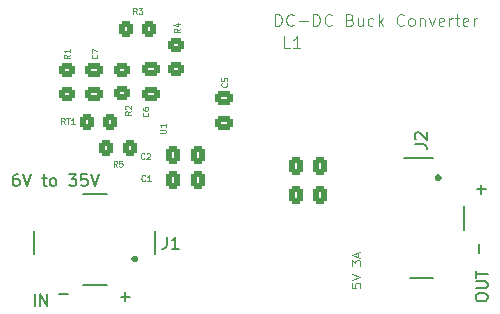
<source format=gbr>
G04 #@! TF.GenerationSoftware,KiCad,Pcbnew,9.0.2-9.0.2-0~ubuntu22.04.1*
G04 #@! TF.CreationDate,2025-06-26T23:22:32-04:00*
G04 #@! TF.ProjectId,6-13-2025_BuckConverter,362d3133-2d32-4303-9235-5f4275636b43,rev?*
G04 #@! TF.SameCoordinates,Original*
G04 #@! TF.FileFunction,Legend,Top*
G04 #@! TF.FilePolarity,Positive*
%FSLAX46Y46*%
G04 Gerber Fmt 4.6, Leading zero omitted, Abs format (unit mm)*
G04 Created by KiCad (PCBNEW 9.0.2-9.0.2-0~ubuntu22.04.1) date 2025-06-26 23:22:32*
%MOMM*%
%LPD*%
G01*
G04 APERTURE LIST*
G04 Aperture macros list*
%AMRoundRect*
0 Rectangle with rounded corners*
0 $1 Rounding radius*
0 $2 $3 $4 $5 $6 $7 $8 $9 X,Y pos of 4 corners*
0 Add a 4 corners polygon primitive as box body*
4,1,4,$2,$3,$4,$5,$6,$7,$8,$9,$2,$3,0*
0 Add four circle primitives for the rounded corners*
1,1,$1+$1,$2,$3*
1,1,$1+$1,$4,$5*
1,1,$1+$1,$6,$7*
1,1,$1+$1,$8,$9*
0 Add four rect primitives between the rounded corners*
20,1,$1+$1,$2,$3,$4,$5,0*
20,1,$1+$1,$4,$5,$6,$7,0*
20,1,$1+$1,$6,$7,$8,$9,0*
20,1,$1+$1,$8,$9,$2,$3,0*%
G04 Aperture macros list end*
%ADD10C,0.125000*%
%ADD11C,0.150000*%
%ADD12C,0.093750*%
%ADD13C,0.062500*%
%ADD14C,0.100000*%
%ADD15C,0.400000*%
%ADD16C,0.200000*%
%ADD17C,2.154000*%
%ADD18RoundRect,0.250000X0.450000X-0.350000X0.450000X0.350000X-0.450000X0.350000X-0.450000X-0.350000X0*%
%ADD19RoundRect,0.250000X0.337500X0.475000X-0.337500X0.475000X-0.337500X-0.475000X0.337500X-0.475000X0*%
%ADD20RoundRect,0.250000X0.350000X0.450000X-0.350000X0.450000X-0.350000X-0.450000X0.350000X-0.450000X0*%
%ADD21RoundRect,0.250000X0.475000X-0.337500X0.475000X0.337500X-0.475000X0.337500X-0.475000X-0.337500X0*%
%ADD22RoundRect,0.250000X-0.475000X0.337500X-0.475000X-0.337500X0.475000X-0.337500X0.475000X0.337500X0*%
%ADD23RoundRect,0.250000X-0.350000X-0.450000X0.350000X-0.450000X0.350000X0.450000X-0.350000X0.450000X0*%
%ADD24R,0.228600X0.508000*%
%ADD25RoundRect,0.250000X-0.337500X-0.475000X0.337500X-0.475000X0.337500X0.475000X-0.337500X0.475000X0*%
%ADD26RoundRect,0.250000X-0.450000X0.350000X-0.450000X-0.350000X0.450000X-0.350000X0.450000X0.350000X0*%
%ADD27R,2.350000X3.500000*%
G04 APERTURE END LIST*
D10*
X124610331Y-52561119D02*
X124610331Y-51561119D01*
X124610331Y-51561119D02*
X124848426Y-51561119D01*
X124848426Y-51561119D02*
X124991283Y-51608738D01*
X124991283Y-51608738D02*
X125086521Y-51703976D01*
X125086521Y-51703976D02*
X125134140Y-51799214D01*
X125134140Y-51799214D02*
X125181759Y-51989690D01*
X125181759Y-51989690D02*
X125181759Y-52132547D01*
X125181759Y-52132547D02*
X125134140Y-52323023D01*
X125134140Y-52323023D02*
X125086521Y-52418261D01*
X125086521Y-52418261D02*
X124991283Y-52513500D01*
X124991283Y-52513500D02*
X124848426Y-52561119D01*
X124848426Y-52561119D02*
X124610331Y-52561119D01*
X126181759Y-52465880D02*
X126134140Y-52513500D01*
X126134140Y-52513500D02*
X125991283Y-52561119D01*
X125991283Y-52561119D02*
X125896045Y-52561119D01*
X125896045Y-52561119D02*
X125753188Y-52513500D01*
X125753188Y-52513500D02*
X125657950Y-52418261D01*
X125657950Y-52418261D02*
X125610331Y-52323023D01*
X125610331Y-52323023D02*
X125562712Y-52132547D01*
X125562712Y-52132547D02*
X125562712Y-51989690D01*
X125562712Y-51989690D02*
X125610331Y-51799214D01*
X125610331Y-51799214D02*
X125657950Y-51703976D01*
X125657950Y-51703976D02*
X125753188Y-51608738D01*
X125753188Y-51608738D02*
X125896045Y-51561119D01*
X125896045Y-51561119D02*
X125991283Y-51561119D01*
X125991283Y-51561119D02*
X126134140Y-51608738D01*
X126134140Y-51608738D02*
X126181759Y-51656357D01*
X126610331Y-52180166D02*
X127372236Y-52180166D01*
X127848426Y-52561119D02*
X127848426Y-51561119D01*
X127848426Y-51561119D02*
X128086521Y-51561119D01*
X128086521Y-51561119D02*
X128229378Y-51608738D01*
X128229378Y-51608738D02*
X128324616Y-51703976D01*
X128324616Y-51703976D02*
X128372235Y-51799214D01*
X128372235Y-51799214D02*
X128419854Y-51989690D01*
X128419854Y-51989690D02*
X128419854Y-52132547D01*
X128419854Y-52132547D02*
X128372235Y-52323023D01*
X128372235Y-52323023D02*
X128324616Y-52418261D01*
X128324616Y-52418261D02*
X128229378Y-52513500D01*
X128229378Y-52513500D02*
X128086521Y-52561119D01*
X128086521Y-52561119D02*
X127848426Y-52561119D01*
X129419854Y-52465880D02*
X129372235Y-52513500D01*
X129372235Y-52513500D02*
X129229378Y-52561119D01*
X129229378Y-52561119D02*
X129134140Y-52561119D01*
X129134140Y-52561119D02*
X128991283Y-52513500D01*
X128991283Y-52513500D02*
X128896045Y-52418261D01*
X128896045Y-52418261D02*
X128848426Y-52323023D01*
X128848426Y-52323023D02*
X128800807Y-52132547D01*
X128800807Y-52132547D02*
X128800807Y-51989690D01*
X128800807Y-51989690D02*
X128848426Y-51799214D01*
X128848426Y-51799214D02*
X128896045Y-51703976D01*
X128896045Y-51703976D02*
X128991283Y-51608738D01*
X128991283Y-51608738D02*
X129134140Y-51561119D01*
X129134140Y-51561119D02*
X129229378Y-51561119D01*
X129229378Y-51561119D02*
X129372235Y-51608738D01*
X129372235Y-51608738D02*
X129419854Y-51656357D01*
X130943664Y-52037309D02*
X131086521Y-52084928D01*
X131086521Y-52084928D02*
X131134140Y-52132547D01*
X131134140Y-52132547D02*
X131181759Y-52227785D01*
X131181759Y-52227785D02*
X131181759Y-52370642D01*
X131181759Y-52370642D02*
X131134140Y-52465880D01*
X131134140Y-52465880D02*
X131086521Y-52513500D01*
X131086521Y-52513500D02*
X130991283Y-52561119D01*
X130991283Y-52561119D02*
X130610331Y-52561119D01*
X130610331Y-52561119D02*
X130610331Y-51561119D01*
X130610331Y-51561119D02*
X130943664Y-51561119D01*
X130943664Y-51561119D02*
X131038902Y-51608738D01*
X131038902Y-51608738D02*
X131086521Y-51656357D01*
X131086521Y-51656357D02*
X131134140Y-51751595D01*
X131134140Y-51751595D02*
X131134140Y-51846833D01*
X131134140Y-51846833D02*
X131086521Y-51942071D01*
X131086521Y-51942071D02*
X131038902Y-51989690D01*
X131038902Y-51989690D02*
X130943664Y-52037309D01*
X130943664Y-52037309D02*
X130610331Y-52037309D01*
X132038902Y-51894452D02*
X132038902Y-52561119D01*
X131610331Y-51894452D02*
X131610331Y-52418261D01*
X131610331Y-52418261D02*
X131657950Y-52513500D01*
X131657950Y-52513500D02*
X131753188Y-52561119D01*
X131753188Y-52561119D02*
X131896045Y-52561119D01*
X131896045Y-52561119D02*
X131991283Y-52513500D01*
X131991283Y-52513500D02*
X132038902Y-52465880D01*
X132943664Y-52513500D02*
X132848426Y-52561119D01*
X132848426Y-52561119D02*
X132657950Y-52561119D01*
X132657950Y-52561119D02*
X132562712Y-52513500D01*
X132562712Y-52513500D02*
X132515093Y-52465880D01*
X132515093Y-52465880D02*
X132467474Y-52370642D01*
X132467474Y-52370642D02*
X132467474Y-52084928D01*
X132467474Y-52084928D02*
X132515093Y-51989690D01*
X132515093Y-51989690D02*
X132562712Y-51942071D01*
X132562712Y-51942071D02*
X132657950Y-51894452D01*
X132657950Y-51894452D02*
X132848426Y-51894452D01*
X132848426Y-51894452D02*
X132943664Y-51942071D01*
X133372236Y-52561119D02*
X133372236Y-51561119D01*
X133467474Y-52180166D02*
X133753188Y-52561119D01*
X133753188Y-51894452D02*
X133372236Y-52275404D01*
X135515093Y-52465880D02*
X135467474Y-52513500D01*
X135467474Y-52513500D02*
X135324617Y-52561119D01*
X135324617Y-52561119D02*
X135229379Y-52561119D01*
X135229379Y-52561119D02*
X135086522Y-52513500D01*
X135086522Y-52513500D02*
X134991284Y-52418261D01*
X134991284Y-52418261D02*
X134943665Y-52323023D01*
X134943665Y-52323023D02*
X134896046Y-52132547D01*
X134896046Y-52132547D02*
X134896046Y-51989690D01*
X134896046Y-51989690D02*
X134943665Y-51799214D01*
X134943665Y-51799214D02*
X134991284Y-51703976D01*
X134991284Y-51703976D02*
X135086522Y-51608738D01*
X135086522Y-51608738D02*
X135229379Y-51561119D01*
X135229379Y-51561119D02*
X135324617Y-51561119D01*
X135324617Y-51561119D02*
X135467474Y-51608738D01*
X135467474Y-51608738D02*
X135515093Y-51656357D01*
X136086522Y-52561119D02*
X135991284Y-52513500D01*
X135991284Y-52513500D02*
X135943665Y-52465880D01*
X135943665Y-52465880D02*
X135896046Y-52370642D01*
X135896046Y-52370642D02*
X135896046Y-52084928D01*
X135896046Y-52084928D02*
X135943665Y-51989690D01*
X135943665Y-51989690D02*
X135991284Y-51942071D01*
X135991284Y-51942071D02*
X136086522Y-51894452D01*
X136086522Y-51894452D02*
X136229379Y-51894452D01*
X136229379Y-51894452D02*
X136324617Y-51942071D01*
X136324617Y-51942071D02*
X136372236Y-51989690D01*
X136372236Y-51989690D02*
X136419855Y-52084928D01*
X136419855Y-52084928D02*
X136419855Y-52370642D01*
X136419855Y-52370642D02*
X136372236Y-52465880D01*
X136372236Y-52465880D02*
X136324617Y-52513500D01*
X136324617Y-52513500D02*
X136229379Y-52561119D01*
X136229379Y-52561119D02*
X136086522Y-52561119D01*
X136848427Y-51894452D02*
X136848427Y-52561119D01*
X136848427Y-51989690D02*
X136896046Y-51942071D01*
X136896046Y-51942071D02*
X136991284Y-51894452D01*
X136991284Y-51894452D02*
X137134141Y-51894452D01*
X137134141Y-51894452D02*
X137229379Y-51942071D01*
X137229379Y-51942071D02*
X137276998Y-52037309D01*
X137276998Y-52037309D02*
X137276998Y-52561119D01*
X137657951Y-51894452D02*
X137896046Y-52561119D01*
X137896046Y-52561119D02*
X138134141Y-51894452D01*
X138896046Y-52513500D02*
X138800808Y-52561119D01*
X138800808Y-52561119D02*
X138610332Y-52561119D01*
X138610332Y-52561119D02*
X138515094Y-52513500D01*
X138515094Y-52513500D02*
X138467475Y-52418261D01*
X138467475Y-52418261D02*
X138467475Y-52037309D01*
X138467475Y-52037309D02*
X138515094Y-51942071D01*
X138515094Y-51942071D02*
X138610332Y-51894452D01*
X138610332Y-51894452D02*
X138800808Y-51894452D01*
X138800808Y-51894452D02*
X138896046Y-51942071D01*
X138896046Y-51942071D02*
X138943665Y-52037309D01*
X138943665Y-52037309D02*
X138943665Y-52132547D01*
X138943665Y-52132547D02*
X138467475Y-52227785D01*
X139372237Y-52561119D02*
X139372237Y-51894452D01*
X139372237Y-52084928D02*
X139419856Y-51989690D01*
X139419856Y-51989690D02*
X139467475Y-51942071D01*
X139467475Y-51942071D02*
X139562713Y-51894452D01*
X139562713Y-51894452D02*
X139657951Y-51894452D01*
X139848428Y-51894452D02*
X140229380Y-51894452D01*
X139991285Y-51561119D02*
X139991285Y-52418261D01*
X139991285Y-52418261D02*
X140038904Y-52513500D01*
X140038904Y-52513500D02*
X140134142Y-52561119D01*
X140134142Y-52561119D02*
X140229380Y-52561119D01*
X140943666Y-52513500D02*
X140848428Y-52561119D01*
X140848428Y-52561119D02*
X140657952Y-52561119D01*
X140657952Y-52561119D02*
X140562714Y-52513500D01*
X140562714Y-52513500D02*
X140515095Y-52418261D01*
X140515095Y-52418261D02*
X140515095Y-52037309D01*
X140515095Y-52037309D02*
X140562714Y-51942071D01*
X140562714Y-51942071D02*
X140657952Y-51894452D01*
X140657952Y-51894452D02*
X140848428Y-51894452D01*
X140848428Y-51894452D02*
X140943666Y-51942071D01*
X140943666Y-51942071D02*
X140991285Y-52037309D01*
X140991285Y-52037309D02*
X140991285Y-52132547D01*
X140991285Y-52132547D02*
X140515095Y-52227785D01*
X141419857Y-52561119D02*
X141419857Y-51894452D01*
X141419857Y-52084928D02*
X141467476Y-51989690D01*
X141467476Y-51989690D02*
X141515095Y-51942071D01*
X141515095Y-51942071D02*
X141610333Y-51894452D01*
X141610333Y-51894452D02*
X141705571Y-51894452D01*
D11*
X104271779Y-76244819D02*
X104271779Y-75244819D01*
X104747969Y-76244819D02*
X104747969Y-75244819D01*
X104747969Y-75244819D02*
X105319397Y-76244819D01*
X105319397Y-76244819D02*
X105319397Y-75244819D01*
X141883866Y-71828220D02*
X141883866Y-71066316D01*
X141671779Y-66383866D02*
X142433684Y-66383866D01*
X142052731Y-66764819D02*
X142052731Y-66002914D01*
X106321779Y-75253866D02*
X107083684Y-75253866D01*
X111551779Y-75493866D02*
X112313684Y-75493866D01*
X111932731Y-75874819D02*
X111932731Y-75112914D01*
X141604819Y-75627744D02*
X141604819Y-75437268D01*
X141604819Y-75437268D02*
X141652438Y-75342030D01*
X141652438Y-75342030D02*
X141747676Y-75246792D01*
X141747676Y-75246792D02*
X141938152Y-75199173D01*
X141938152Y-75199173D02*
X142271485Y-75199173D01*
X142271485Y-75199173D02*
X142461961Y-75246792D01*
X142461961Y-75246792D02*
X142557200Y-75342030D01*
X142557200Y-75342030D02*
X142604819Y-75437268D01*
X142604819Y-75437268D02*
X142604819Y-75627744D01*
X142604819Y-75627744D02*
X142557200Y-75722982D01*
X142557200Y-75722982D02*
X142461961Y-75818220D01*
X142461961Y-75818220D02*
X142271485Y-75865839D01*
X142271485Y-75865839D02*
X141938152Y-75865839D01*
X141938152Y-75865839D02*
X141747676Y-75818220D01*
X141747676Y-75818220D02*
X141652438Y-75722982D01*
X141652438Y-75722982D02*
X141604819Y-75627744D01*
X141604819Y-74770601D02*
X142414342Y-74770601D01*
X142414342Y-74770601D02*
X142509580Y-74722982D01*
X142509580Y-74722982D02*
X142557200Y-74675363D01*
X142557200Y-74675363D02*
X142604819Y-74580125D01*
X142604819Y-74580125D02*
X142604819Y-74389649D01*
X142604819Y-74389649D02*
X142557200Y-74294411D01*
X142557200Y-74294411D02*
X142509580Y-74246792D01*
X142509580Y-74246792D02*
X142414342Y-74199173D01*
X142414342Y-74199173D02*
X141604819Y-74199173D01*
X141604819Y-73865839D02*
X141604819Y-73294411D01*
X142604819Y-73580125D02*
X141604819Y-73580125D01*
X136454819Y-62583333D02*
X137169104Y-62583333D01*
X137169104Y-62583333D02*
X137311961Y-62630952D01*
X137311961Y-62630952D02*
X137407200Y-62726190D01*
X137407200Y-62726190D02*
X137454819Y-62869047D01*
X137454819Y-62869047D02*
X137454819Y-62964285D01*
X136550057Y-62154761D02*
X136502438Y-62107142D01*
X136502438Y-62107142D02*
X136454819Y-62011904D01*
X136454819Y-62011904D02*
X136454819Y-61773809D01*
X136454819Y-61773809D02*
X136502438Y-61678571D01*
X136502438Y-61678571D02*
X136550057Y-61630952D01*
X136550057Y-61630952D02*
X136645295Y-61583333D01*
X136645295Y-61583333D02*
X136740533Y-61583333D01*
X136740533Y-61583333D02*
X136883390Y-61630952D01*
X136883390Y-61630952D02*
X137454819Y-62202380D01*
X137454819Y-62202380D02*
X137454819Y-61583333D01*
D12*
X131092089Y-74357142D02*
X131092089Y-74714285D01*
X131092089Y-74714285D02*
X131449232Y-74749999D01*
X131449232Y-74749999D02*
X131413517Y-74714285D01*
X131413517Y-74714285D02*
X131377803Y-74642857D01*
X131377803Y-74642857D02*
X131377803Y-74464285D01*
X131377803Y-74464285D02*
X131413517Y-74392857D01*
X131413517Y-74392857D02*
X131449232Y-74357142D01*
X131449232Y-74357142D02*
X131520660Y-74321428D01*
X131520660Y-74321428D02*
X131699232Y-74321428D01*
X131699232Y-74321428D02*
X131770660Y-74357142D01*
X131770660Y-74357142D02*
X131806375Y-74392857D01*
X131806375Y-74392857D02*
X131842089Y-74464285D01*
X131842089Y-74464285D02*
X131842089Y-74642857D01*
X131842089Y-74642857D02*
X131806375Y-74714285D01*
X131806375Y-74714285D02*
X131770660Y-74749999D01*
X131092089Y-74107142D02*
X131842089Y-73857142D01*
X131842089Y-73857142D02*
X131092089Y-73607142D01*
X131092089Y-72857142D02*
X131092089Y-72392856D01*
X131092089Y-72392856D02*
X131377803Y-72642856D01*
X131377803Y-72642856D02*
X131377803Y-72535713D01*
X131377803Y-72535713D02*
X131413517Y-72464285D01*
X131413517Y-72464285D02*
X131449232Y-72428570D01*
X131449232Y-72428570D02*
X131520660Y-72392856D01*
X131520660Y-72392856D02*
X131699232Y-72392856D01*
X131699232Y-72392856D02*
X131770660Y-72428570D01*
X131770660Y-72428570D02*
X131806375Y-72464285D01*
X131806375Y-72464285D02*
X131842089Y-72535713D01*
X131842089Y-72535713D02*
X131842089Y-72749999D01*
X131842089Y-72749999D02*
X131806375Y-72821427D01*
X131806375Y-72821427D02*
X131770660Y-72857142D01*
X131627803Y-72107141D02*
X131627803Y-71749999D01*
X131842089Y-72178570D02*
X131092089Y-71928570D01*
X131092089Y-71928570D02*
X131842089Y-71678570D01*
D13*
X107213059Y-54988333D02*
X106974964Y-55154999D01*
X107213059Y-55274047D02*
X106713059Y-55274047D01*
X106713059Y-55274047D02*
X106713059Y-55083571D01*
X106713059Y-55083571D02*
X106736869Y-55035952D01*
X106736869Y-55035952D02*
X106760678Y-55012142D01*
X106760678Y-55012142D02*
X106808297Y-54988333D01*
X106808297Y-54988333D02*
X106879726Y-54988333D01*
X106879726Y-54988333D02*
X106927345Y-55012142D01*
X106927345Y-55012142D02*
X106951154Y-55035952D01*
X106951154Y-55035952D02*
X106974964Y-55083571D01*
X106974964Y-55083571D02*
X106974964Y-55274047D01*
X107213059Y-54512142D02*
X107213059Y-54797856D01*
X107213059Y-54654999D02*
X106713059Y-54654999D01*
X106713059Y-54654999D02*
X106784488Y-54702618D01*
X106784488Y-54702618D02*
X106832107Y-54750237D01*
X106832107Y-54750237D02*
X106855916Y-54797856D01*
X111221666Y-64473059D02*
X111055000Y-64234964D01*
X110935952Y-64473059D02*
X110935952Y-63973059D01*
X110935952Y-63973059D02*
X111126428Y-63973059D01*
X111126428Y-63973059D02*
X111174047Y-63996869D01*
X111174047Y-63996869D02*
X111197857Y-64020678D01*
X111197857Y-64020678D02*
X111221666Y-64068297D01*
X111221666Y-64068297D02*
X111221666Y-64139726D01*
X111221666Y-64139726D02*
X111197857Y-64187345D01*
X111197857Y-64187345D02*
X111174047Y-64211154D01*
X111174047Y-64211154D02*
X111126428Y-64234964D01*
X111126428Y-64234964D02*
X110935952Y-64234964D01*
X111674047Y-63973059D02*
X111435952Y-63973059D01*
X111435952Y-63973059D02*
X111412143Y-64211154D01*
X111412143Y-64211154D02*
X111435952Y-64187345D01*
X111435952Y-64187345D02*
X111483571Y-64163535D01*
X111483571Y-64163535D02*
X111602619Y-64163535D01*
X111602619Y-64163535D02*
X111650238Y-64187345D01*
X111650238Y-64187345D02*
X111674047Y-64211154D01*
X111674047Y-64211154D02*
X111697857Y-64258773D01*
X111697857Y-64258773D02*
X111697857Y-64377821D01*
X111697857Y-64377821D02*
X111674047Y-64425440D01*
X111674047Y-64425440D02*
X111650238Y-64449250D01*
X111650238Y-64449250D02*
X111602619Y-64473059D01*
X111602619Y-64473059D02*
X111483571Y-64473059D01*
X111483571Y-64473059D02*
X111435952Y-64449250D01*
X111435952Y-64449250D02*
X111412143Y-64425440D01*
X113845440Y-59918333D02*
X113869250Y-59942142D01*
X113869250Y-59942142D02*
X113893059Y-60013571D01*
X113893059Y-60013571D02*
X113893059Y-60061190D01*
X113893059Y-60061190D02*
X113869250Y-60132618D01*
X113869250Y-60132618D02*
X113821630Y-60180237D01*
X113821630Y-60180237D02*
X113774011Y-60204047D01*
X113774011Y-60204047D02*
X113678773Y-60227856D01*
X113678773Y-60227856D02*
X113607345Y-60227856D01*
X113607345Y-60227856D02*
X113512107Y-60204047D01*
X113512107Y-60204047D02*
X113464488Y-60180237D01*
X113464488Y-60180237D02*
X113416869Y-60132618D01*
X113416869Y-60132618D02*
X113393059Y-60061190D01*
X113393059Y-60061190D02*
X113393059Y-60013571D01*
X113393059Y-60013571D02*
X113416869Y-59942142D01*
X113416869Y-59942142D02*
X113440678Y-59918333D01*
X113393059Y-59489761D02*
X113393059Y-59584999D01*
X113393059Y-59584999D02*
X113416869Y-59632618D01*
X113416869Y-59632618D02*
X113440678Y-59656428D01*
X113440678Y-59656428D02*
X113512107Y-59704047D01*
X113512107Y-59704047D02*
X113607345Y-59727856D01*
X113607345Y-59727856D02*
X113797821Y-59727856D01*
X113797821Y-59727856D02*
X113845440Y-59704047D01*
X113845440Y-59704047D02*
X113869250Y-59680237D01*
X113869250Y-59680237D02*
X113893059Y-59632618D01*
X113893059Y-59632618D02*
X113893059Y-59537380D01*
X113893059Y-59537380D02*
X113869250Y-59489761D01*
X113869250Y-59489761D02*
X113845440Y-59465952D01*
X113845440Y-59465952D02*
X113797821Y-59442142D01*
X113797821Y-59442142D02*
X113678773Y-59442142D01*
X113678773Y-59442142D02*
X113631154Y-59465952D01*
X113631154Y-59465952D02*
X113607345Y-59489761D01*
X113607345Y-59489761D02*
X113583535Y-59537380D01*
X113583535Y-59537380D02*
X113583535Y-59632618D01*
X113583535Y-59632618D02*
X113607345Y-59680237D01*
X113607345Y-59680237D02*
X113631154Y-59704047D01*
X113631154Y-59704047D02*
X113678773Y-59727856D01*
X120525440Y-57408333D02*
X120549250Y-57432142D01*
X120549250Y-57432142D02*
X120573059Y-57503571D01*
X120573059Y-57503571D02*
X120573059Y-57551190D01*
X120573059Y-57551190D02*
X120549250Y-57622618D01*
X120549250Y-57622618D02*
X120501630Y-57670237D01*
X120501630Y-57670237D02*
X120454011Y-57694047D01*
X120454011Y-57694047D02*
X120358773Y-57717856D01*
X120358773Y-57717856D02*
X120287345Y-57717856D01*
X120287345Y-57717856D02*
X120192107Y-57694047D01*
X120192107Y-57694047D02*
X120144488Y-57670237D01*
X120144488Y-57670237D02*
X120096869Y-57622618D01*
X120096869Y-57622618D02*
X120073059Y-57551190D01*
X120073059Y-57551190D02*
X120073059Y-57503571D01*
X120073059Y-57503571D02*
X120096869Y-57432142D01*
X120096869Y-57432142D02*
X120120678Y-57408333D01*
X120073059Y-56955952D02*
X120073059Y-57194047D01*
X120073059Y-57194047D02*
X120311154Y-57217856D01*
X120311154Y-57217856D02*
X120287345Y-57194047D01*
X120287345Y-57194047D02*
X120263535Y-57146428D01*
X120263535Y-57146428D02*
X120263535Y-57027380D01*
X120263535Y-57027380D02*
X120287345Y-56979761D01*
X120287345Y-56979761D02*
X120311154Y-56955952D01*
X120311154Y-56955952D02*
X120358773Y-56932142D01*
X120358773Y-56932142D02*
X120477821Y-56932142D01*
X120477821Y-56932142D02*
X120525440Y-56955952D01*
X120525440Y-56955952D02*
X120549250Y-56979761D01*
X120549250Y-56979761D02*
X120573059Y-57027380D01*
X120573059Y-57027380D02*
X120573059Y-57146428D01*
X120573059Y-57146428D02*
X120549250Y-57194047D01*
X120549250Y-57194047D02*
X120525440Y-57217856D01*
X112891666Y-51553059D02*
X112725000Y-51314964D01*
X112605952Y-51553059D02*
X112605952Y-51053059D01*
X112605952Y-51053059D02*
X112796428Y-51053059D01*
X112796428Y-51053059D02*
X112844047Y-51076869D01*
X112844047Y-51076869D02*
X112867857Y-51100678D01*
X112867857Y-51100678D02*
X112891666Y-51148297D01*
X112891666Y-51148297D02*
X112891666Y-51219726D01*
X112891666Y-51219726D02*
X112867857Y-51267345D01*
X112867857Y-51267345D02*
X112844047Y-51291154D01*
X112844047Y-51291154D02*
X112796428Y-51314964D01*
X112796428Y-51314964D02*
X112605952Y-51314964D01*
X113058333Y-51053059D02*
X113367857Y-51053059D01*
X113367857Y-51053059D02*
X113201190Y-51243535D01*
X113201190Y-51243535D02*
X113272619Y-51243535D01*
X113272619Y-51243535D02*
X113320238Y-51267345D01*
X113320238Y-51267345D02*
X113344047Y-51291154D01*
X113344047Y-51291154D02*
X113367857Y-51338773D01*
X113367857Y-51338773D02*
X113367857Y-51457821D01*
X113367857Y-51457821D02*
X113344047Y-51505440D01*
X113344047Y-51505440D02*
X113320238Y-51529250D01*
X113320238Y-51529250D02*
X113272619Y-51553059D01*
X113272619Y-51553059D02*
X113129762Y-51553059D01*
X113129762Y-51553059D02*
X113082143Y-51529250D01*
X113082143Y-51529250D02*
X113058333Y-51505440D01*
X114853059Y-61635952D02*
X115257821Y-61635952D01*
X115257821Y-61635952D02*
X115305440Y-61612142D01*
X115305440Y-61612142D02*
X115329250Y-61588333D01*
X115329250Y-61588333D02*
X115353059Y-61540714D01*
X115353059Y-61540714D02*
X115353059Y-61445476D01*
X115353059Y-61445476D02*
X115329250Y-61397857D01*
X115329250Y-61397857D02*
X115305440Y-61374047D01*
X115305440Y-61374047D02*
X115257821Y-61350238D01*
X115257821Y-61350238D02*
X114853059Y-61350238D01*
X115353059Y-60850237D02*
X115353059Y-61135951D01*
X115353059Y-60993094D02*
X114853059Y-60993094D01*
X114853059Y-60993094D02*
X114924488Y-61040713D01*
X114924488Y-61040713D02*
X114972107Y-61088332D01*
X114972107Y-61088332D02*
X114995916Y-61135951D01*
X112413059Y-59798333D02*
X112174964Y-59964999D01*
X112413059Y-60084047D02*
X111913059Y-60084047D01*
X111913059Y-60084047D02*
X111913059Y-59893571D01*
X111913059Y-59893571D02*
X111936869Y-59845952D01*
X111936869Y-59845952D02*
X111960678Y-59822142D01*
X111960678Y-59822142D02*
X112008297Y-59798333D01*
X112008297Y-59798333D02*
X112079726Y-59798333D01*
X112079726Y-59798333D02*
X112127345Y-59822142D01*
X112127345Y-59822142D02*
X112151154Y-59845952D01*
X112151154Y-59845952D02*
X112174964Y-59893571D01*
X112174964Y-59893571D02*
X112174964Y-60084047D01*
X111960678Y-59607856D02*
X111936869Y-59584047D01*
X111936869Y-59584047D02*
X111913059Y-59536428D01*
X111913059Y-59536428D02*
X111913059Y-59417380D01*
X111913059Y-59417380D02*
X111936869Y-59369761D01*
X111936869Y-59369761D02*
X111960678Y-59345952D01*
X111960678Y-59345952D02*
X112008297Y-59322142D01*
X112008297Y-59322142D02*
X112055916Y-59322142D01*
X112055916Y-59322142D02*
X112127345Y-59345952D01*
X112127345Y-59345952D02*
X112413059Y-59631666D01*
X112413059Y-59631666D02*
X112413059Y-59322142D01*
X113591666Y-65645440D02*
X113567857Y-65669250D01*
X113567857Y-65669250D02*
X113496428Y-65693059D01*
X113496428Y-65693059D02*
X113448809Y-65693059D01*
X113448809Y-65693059D02*
X113377381Y-65669250D01*
X113377381Y-65669250D02*
X113329762Y-65621630D01*
X113329762Y-65621630D02*
X113305952Y-65574011D01*
X113305952Y-65574011D02*
X113282143Y-65478773D01*
X113282143Y-65478773D02*
X113282143Y-65407345D01*
X113282143Y-65407345D02*
X113305952Y-65312107D01*
X113305952Y-65312107D02*
X113329762Y-65264488D01*
X113329762Y-65264488D02*
X113377381Y-65216869D01*
X113377381Y-65216869D02*
X113448809Y-65193059D01*
X113448809Y-65193059D02*
X113496428Y-65193059D01*
X113496428Y-65193059D02*
X113567857Y-65216869D01*
X113567857Y-65216869D02*
X113591666Y-65240678D01*
X114067857Y-65693059D02*
X113782143Y-65693059D01*
X113925000Y-65693059D02*
X113925000Y-65193059D01*
X113925000Y-65193059D02*
X113877381Y-65264488D01*
X113877381Y-65264488D02*
X113829762Y-65312107D01*
X113829762Y-65312107D02*
X113782143Y-65335916D01*
X116533059Y-52798333D02*
X116294964Y-52964999D01*
X116533059Y-53084047D02*
X116033059Y-53084047D01*
X116033059Y-53084047D02*
X116033059Y-52893571D01*
X116033059Y-52893571D02*
X116056869Y-52845952D01*
X116056869Y-52845952D02*
X116080678Y-52822142D01*
X116080678Y-52822142D02*
X116128297Y-52798333D01*
X116128297Y-52798333D02*
X116199726Y-52798333D01*
X116199726Y-52798333D02*
X116247345Y-52822142D01*
X116247345Y-52822142D02*
X116271154Y-52845952D01*
X116271154Y-52845952D02*
X116294964Y-52893571D01*
X116294964Y-52893571D02*
X116294964Y-53084047D01*
X116199726Y-52369761D02*
X116533059Y-52369761D01*
X116009250Y-52488809D02*
X116366392Y-52607856D01*
X116366392Y-52607856D02*
X116366392Y-52298333D01*
X109525440Y-54988333D02*
X109549250Y-55012142D01*
X109549250Y-55012142D02*
X109573059Y-55083571D01*
X109573059Y-55083571D02*
X109573059Y-55131190D01*
X109573059Y-55131190D02*
X109549250Y-55202618D01*
X109549250Y-55202618D02*
X109501630Y-55250237D01*
X109501630Y-55250237D02*
X109454011Y-55274047D01*
X109454011Y-55274047D02*
X109358773Y-55297856D01*
X109358773Y-55297856D02*
X109287345Y-55297856D01*
X109287345Y-55297856D02*
X109192107Y-55274047D01*
X109192107Y-55274047D02*
X109144488Y-55250237D01*
X109144488Y-55250237D02*
X109096869Y-55202618D01*
X109096869Y-55202618D02*
X109073059Y-55131190D01*
X109073059Y-55131190D02*
X109073059Y-55083571D01*
X109073059Y-55083571D02*
X109096869Y-55012142D01*
X109096869Y-55012142D02*
X109120678Y-54988333D01*
X109073059Y-54821666D02*
X109073059Y-54488333D01*
X109073059Y-54488333D02*
X109573059Y-54702618D01*
X113551666Y-63775440D02*
X113527857Y-63799250D01*
X113527857Y-63799250D02*
X113456428Y-63823059D01*
X113456428Y-63823059D02*
X113408809Y-63823059D01*
X113408809Y-63823059D02*
X113337381Y-63799250D01*
X113337381Y-63799250D02*
X113289762Y-63751630D01*
X113289762Y-63751630D02*
X113265952Y-63704011D01*
X113265952Y-63704011D02*
X113242143Y-63608773D01*
X113242143Y-63608773D02*
X113242143Y-63537345D01*
X113242143Y-63537345D02*
X113265952Y-63442107D01*
X113265952Y-63442107D02*
X113289762Y-63394488D01*
X113289762Y-63394488D02*
X113337381Y-63346869D01*
X113337381Y-63346869D02*
X113408809Y-63323059D01*
X113408809Y-63323059D02*
X113456428Y-63323059D01*
X113456428Y-63323059D02*
X113527857Y-63346869D01*
X113527857Y-63346869D02*
X113551666Y-63370678D01*
X113742143Y-63370678D02*
X113765952Y-63346869D01*
X113765952Y-63346869D02*
X113813571Y-63323059D01*
X113813571Y-63323059D02*
X113932619Y-63323059D01*
X113932619Y-63323059D02*
X113980238Y-63346869D01*
X113980238Y-63346869D02*
X114004047Y-63370678D01*
X114004047Y-63370678D02*
X114027857Y-63418297D01*
X114027857Y-63418297D02*
X114027857Y-63465916D01*
X114027857Y-63465916D02*
X114004047Y-63537345D01*
X114004047Y-63537345D02*
X113718333Y-63823059D01*
X113718333Y-63823059D02*
X114027857Y-63823059D01*
D11*
X115451666Y-70429819D02*
X115451666Y-71144104D01*
X115451666Y-71144104D02*
X115404047Y-71286961D01*
X115404047Y-71286961D02*
X115308809Y-71382200D01*
X115308809Y-71382200D02*
X115165952Y-71429819D01*
X115165952Y-71429819D02*
X115070714Y-71429819D01*
X116451666Y-71429819D02*
X115880238Y-71429819D01*
X116165952Y-71429819D02*
X116165952Y-70429819D01*
X116165952Y-70429819D02*
X116070714Y-70572676D01*
X116070714Y-70572676D02*
X115975476Y-70667914D01*
X115975476Y-70667914D02*
X115880238Y-70715533D01*
X102885951Y-65119819D02*
X102695475Y-65119819D01*
X102695475Y-65119819D02*
X102600237Y-65167438D01*
X102600237Y-65167438D02*
X102552618Y-65215057D01*
X102552618Y-65215057D02*
X102457380Y-65357914D01*
X102457380Y-65357914D02*
X102409761Y-65548390D01*
X102409761Y-65548390D02*
X102409761Y-65929342D01*
X102409761Y-65929342D02*
X102457380Y-66024580D01*
X102457380Y-66024580D02*
X102504999Y-66072200D01*
X102504999Y-66072200D02*
X102600237Y-66119819D01*
X102600237Y-66119819D02*
X102790713Y-66119819D01*
X102790713Y-66119819D02*
X102885951Y-66072200D01*
X102885951Y-66072200D02*
X102933570Y-66024580D01*
X102933570Y-66024580D02*
X102981189Y-65929342D01*
X102981189Y-65929342D02*
X102981189Y-65691247D01*
X102981189Y-65691247D02*
X102933570Y-65596009D01*
X102933570Y-65596009D02*
X102885951Y-65548390D01*
X102885951Y-65548390D02*
X102790713Y-65500771D01*
X102790713Y-65500771D02*
X102600237Y-65500771D01*
X102600237Y-65500771D02*
X102504999Y-65548390D01*
X102504999Y-65548390D02*
X102457380Y-65596009D01*
X102457380Y-65596009D02*
X102409761Y-65691247D01*
X103266904Y-65119819D02*
X103600237Y-66119819D01*
X103600237Y-66119819D02*
X103933570Y-65119819D01*
X104885952Y-65453152D02*
X105266904Y-65453152D01*
X105028809Y-65119819D02*
X105028809Y-65976961D01*
X105028809Y-65976961D02*
X105076428Y-66072200D01*
X105076428Y-66072200D02*
X105171666Y-66119819D01*
X105171666Y-66119819D02*
X105266904Y-66119819D01*
X105743095Y-66119819D02*
X105647857Y-66072200D01*
X105647857Y-66072200D02*
X105600238Y-66024580D01*
X105600238Y-66024580D02*
X105552619Y-65929342D01*
X105552619Y-65929342D02*
X105552619Y-65643628D01*
X105552619Y-65643628D02*
X105600238Y-65548390D01*
X105600238Y-65548390D02*
X105647857Y-65500771D01*
X105647857Y-65500771D02*
X105743095Y-65453152D01*
X105743095Y-65453152D02*
X105885952Y-65453152D01*
X105885952Y-65453152D02*
X105981190Y-65500771D01*
X105981190Y-65500771D02*
X106028809Y-65548390D01*
X106028809Y-65548390D02*
X106076428Y-65643628D01*
X106076428Y-65643628D02*
X106076428Y-65929342D01*
X106076428Y-65929342D02*
X106028809Y-66024580D01*
X106028809Y-66024580D02*
X105981190Y-66072200D01*
X105981190Y-66072200D02*
X105885952Y-66119819D01*
X105885952Y-66119819D02*
X105743095Y-66119819D01*
X107171667Y-65119819D02*
X107790714Y-65119819D01*
X107790714Y-65119819D02*
X107457381Y-65500771D01*
X107457381Y-65500771D02*
X107600238Y-65500771D01*
X107600238Y-65500771D02*
X107695476Y-65548390D01*
X107695476Y-65548390D02*
X107743095Y-65596009D01*
X107743095Y-65596009D02*
X107790714Y-65691247D01*
X107790714Y-65691247D02*
X107790714Y-65929342D01*
X107790714Y-65929342D02*
X107743095Y-66024580D01*
X107743095Y-66024580D02*
X107695476Y-66072200D01*
X107695476Y-66072200D02*
X107600238Y-66119819D01*
X107600238Y-66119819D02*
X107314524Y-66119819D01*
X107314524Y-66119819D02*
X107219286Y-66072200D01*
X107219286Y-66072200D02*
X107171667Y-66024580D01*
X108695476Y-65119819D02*
X108219286Y-65119819D01*
X108219286Y-65119819D02*
X108171667Y-65596009D01*
X108171667Y-65596009D02*
X108219286Y-65548390D01*
X108219286Y-65548390D02*
X108314524Y-65500771D01*
X108314524Y-65500771D02*
X108552619Y-65500771D01*
X108552619Y-65500771D02*
X108647857Y-65548390D01*
X108647857Y-65548390D02*
X108695476Y-65596009D01*
X108695476Y-65596009D02*
X108743095Y-65691247D01*
X108743095Y-65691247D02*
X108743095Y-65929342D01*
X108743095Y-65929342D02*
X108695476Y-66024580D01*
X108695476Y-66024580D02*
X108647857Y-66072200D01*
X108647857Y-66072200D02*
X108552619Y-66119819D01*
X108552619Y-66119819D02*
X108314524Y-66119819D01*
X108314524Y-66119819D02*
X108219286Y-66072200D01*
X108219286Y-66072200D02*
X108171667Y-66024580D01*
X109028810Y-65119819D02*
X109362143Y-66119819D01*
X109362143Y-66119819D02*
X109695476Y-65119819D01*
D14*
X125888333Y-54447419D02*
X125412143Y-54447419D01*
X125412143Y-54447419D02*
X125412143Y-53447419D01*
X126745476Y-54447419D02*
X126174048Y-54447419D01*
X126459762Y-54447419D02*
X126459762Y-53447419D01*
X126459762Y-53447419D02*
X126364524Y-53590276D01*
X126364524Y-53590276D02*
X126269286Y-53685514D01*
X126269286Y-53685514D02*
X126174048Y-53733133D01*
D13*
X106791190Y-60873059D02*
X106624524Y-60634964D01*
X106505476Y-60873059D02*
X106505476Y-60373059D01*
X106505476Y-60373059D02*
X106695952Y-60373059D01*
X106695952Y-60373059D02*
X106743571Y-60396869D01*
X106743571Y-60396869D02*
X106767381Y-60420678D01*
X106767381Y-60420678D02*
X106791190Y-60468297D01*
X106791190Y-60468297D02*
X106791190Y-60539726D01*
X106791190Y-60539726D02*
X106767381Y-60587345D01*
X106767381Y-60587345D02*
X106743571Y-60611154D01*
X106743571Y-60611154D02*
X106695952Y-60634964D01*
X106695952Y-60634964D02*
X106505476Y-60634964D01*
X106934048Y-60373059D02*
X107219762Y-60373059D01*
X107076905Y-60873059D02*
X107076905Y-60373059D01*
X107648333Y-60873059D02*
X107362619Y-60873059D01*
X107505476Y-60873059D02*
X107505476Y-60373059D01*
X107505476Y-60373059D02*
X107457857Y-60444488D01*
X107457857Y-60444488D02*
X107410238Y-60492107D01*
X107410238Y-60492107D02*
X107362619Y-60515916D01*
D15*
X138525000Y-65415000D02*
G75*
G02*
X138325000Y-65415000I-100000J0D01*
G01*
X138325000Y-65415000D02*
G75*
G02*
X138525000Y-65415000I100000J0D01*
G01*
D16*
X140625000Y-67815000D02*
X140625000Y-69815000D01*
X138025000Y-73915000D02*
X136025000Y-73915000D01*
X135525000Y-63715000D02*
X138025000Y-63715000D01*
X104245000Y-71905000D02*
X104245000Y-69905000D01*
X108345000Y-66805000D02*
X110345000Y-66805000D01*
X110345000Y-74505000D02*
X108345000Y-74505000D01*
X114445000Y-69905000D02*
X114445000Y-71905000D01*
D15*
X112845000Y-72305000D02*
G75*
G02*
X112645000Y-72305000I-100000J0D01*
G01*
X112645000Y-72305000D02*
G75*
G02*
X112845000Y-72305000I100000J0D01*
G01*
%LPC*%
D17*
X137025000Y-71315000D03*
X137025000Y-66315000D03*
D18*
X106985000Y-56285000D03*
X106985000Y-58285000D03*
D19*
X128425000Y-66855000D03*
X126350000Y-66855000D03*
D20*
X112315000Y-62935000D03*
X110315000Y-62935000D03*
D21*
X114075000Y-58325000D03*
X114075000Y-56250000D03*
D22*
X120325000Y-58697500D03*
X120325000Y-60772500D03*
D23*
X111955000Y-52795000D03*
X113955000Y-52795000D03*
D24*
X116116499Y-61953501D03*
X116616500Y-61953501D03*
X117116500Y-61953501D03*
X117616501Y-61953501D03*
X117616501Y-60556501D03*
X117116500Y-60556501D03*
X116616500Y-60556501D03*
X116116499Y-60556501D03*
D18*
X111675000Y-58275000D03*
X111675000Y-56275000D03*
D25*
X115990000Y-65605000D03*
X118065000Y-65605000D03*
D26*
X116205000Y-54205000D03*
X116205000Y-56205000D03*
D21*
X109315000Y-58352500D03*
X109315000Y-56277500D03*
D25*
X115990000Y-63505000D03*
X118065000Y-63505000D03*
D17*
X111845000Y-70905000D03*
X106845000Y-70905000D03*
D19*
X128425000Y-64455000D03*
X126350000Y-64455000D03*
D27*
X123025000Y-58250000D03*
X129075000Y-58250000D03*
D20*
X110675000Y-60675000D03*
X108675000Y-60675000D03*
%LPD*%
M02*

</source>
